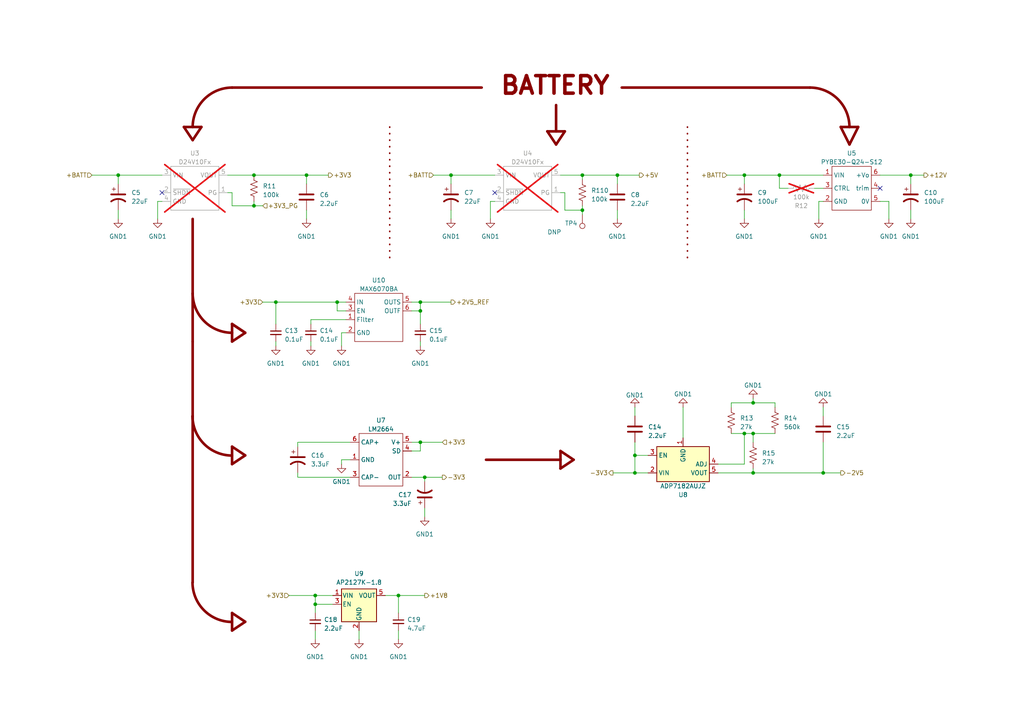
<source format=kicad_sch>
(kicad_sch (version 20230121) (generator eeschema)
  (paper "A4")
  (lib_symbols
    (symbol "Connector:TestPoint" (pin_numbers hide) (pin_names (offset 0.762) hide)
      (property "Reference" "TP" (at 0 6.858 0))
      (property "Value" "TestPoint" (at 0 5.08 0))
      (symbol "TestPoint_0_1"
        (circle (center 0 3.302) (radius 0.762))
      )
      (symbol "TestPoint_1_1"
        (pin passive line (at 0 0 90) (length 2.54) (name "1") (number "1"))
      )
    )
    (symbol "Device:C" (pin_numbers hide) (pin_names (offset 0.254))
      (property "Reference" "C" (at 0.635 2.54 0))
      (property "Value" "C" (at 0.635 -2.54 0))
      (symbol "C_0_1"
        (polyline (pts (xy -2.032 -0.762) (xy 2.032 -0.762)) (stroke (width 0.508)))
        (polyline (pts (xy -2.032 0.762) (xy 2.032 0.762)) (stroke (width 0.508)))
      )
      (symbol "C_1_1"
        (pin passive line (at 0 3.81 270) (length 2.794) (name "~") (number "1"))
        (pin passive line (at 0 -3.81 90) (length 2.794) (name "~") (number "2"))
      )
    )
    (symbol "Device:C_Polarized_US" (pin_numbers hide) (pin_names (offset 0.254) hide)
      (property "Reference" "C" (at 0.635 2.54 0))
      (property "Value" "C_Polarized_US" (at 0.635 -2.54 0))
      (symbol "C_Polarized_US_0_1"
        (polyline (pts (xy -2.032 0.762) (xy 2.032 0.762)) (stroke (width 0.508)))
        (polyline (pts (xy -1.778 2.286) (xy -0.762 2.286)))
        (polyline (pts (xy -1.27 1.778) (xy -1.27 2.794)))
        (arc (start 2.032 -1.27) (mid 0 -0.5572) (end -2.032 -1.27) (stroke (width 0.508)))
      )
      (symbol "C_Polarized_US_1_1"
        (pin passive line (at 0 3.81 270) (length 2.794) (name "~") (number "1"))
        (pin passive line (at 0 -3.81 90) (length 3.302) (name "~") (number "2"))
      )
    )
    (symbol "Device:C_Small" (pin_numbers hide) (pin_names (offset 0.254) hide)
      (property "Reference" "C" (at 0.254 1.778 0))
      (property "Value" "C_Small" (at 0.254 -2.032 0))
      (symbol "C_Small_0_1"
        (polyline (pts (xy -1.524 -0.508) (xy 1.524 -0.508)) (stroke (width 0.3302)))
        (polyline (pts (xy -1.524 0.508) (xy 1.524 0.508)) (stroke (width 0.3048)))
      )
      (symbol "C_Small_1_1"
        (pin passive line (at 0 2.54 270) (length 2.032) (name "~") (number "1"))
        (pin passive line (at 0 -2.54 90) (length 2.032) (name "~") (number "2"))
      )
    )
    (symbol "Device:R_US" (pin_numbers hide) (pin_names (offset 0))
      (property "Reference" "R" (at 2.54 0 90))
      (property "Value" "R_US" (at -2.54 0 90))
      (symbol "R_US_0_1"
        (polyline (pts (xy 0 -2.286) (xy 0 -2.54)))
        (polyline (pts (xy 0 2.286) (xy 0 2.54)))
        (polyline (pts (xy 0 -0.762) (xy 1.016 -1.143) (xy 0 -1.524) (xy -1.016 -1.905) (xy 0 -2.286)))
        (polyline (pts (xy 0 0.762) (xy 1.016 0.381) (xy 0 0) (xy -1.016 -0.381) (xy 0 -0.762)))
        (polyline (pts (xy 0 2.286) (xy 1.016 1.905) (xy 0 1.524) (xy -1.016 1.143) (xy 0 0.762)))
      )
      (symbol "R_US_1_1"
        (pin passive line (at 0 3.81 270) (length 1.27) (name "~") (number "1"))
        (pin passive line (at 0 -3.81 90) (length 1.27) (name "~") (number "2"))
      )
    )
    (symbol "Regulator_Linear:ADP7182AUJZ"
      (property "Reference" "U" (at 0 -7.62 0))
      (property "Value" "ADP7182AUJZ" (at 0 -6.35 0))
      (symbol "ADP7182AUJZ_0_1"
        (rectangle (start -7.62 5.08) (end 7.62 -5.08) (stroke (width 0.254)) (fill (type background)))
      )
      (symbol "ADP7182AUJZ_1_1"
        (pin power_in line (at 0 7.62 270) (length 2.54) (name "GND") (number "1"))
        (pin power_in line (at -10.16 -2.54 0) (length 2.54) (name "VIN") (number "2"))
        (pin input line (at -10.16 2.54 0) (length 2.54) (name "EN") (number "3"))
        (pin input line (at 10.16 0 180) (length 2.54) (name "ADJ") (number "4"))
        (pin power_out line (at 10.16 -2.54 180) (length 2.54) (name "VOUT") (number "5"))
      )
    )
    (symbol "Regulator_Linear:AP2127K-1.8" (pin_names (offset 0.254))
      (property "Reference" "U" (at -5.08 5.715 0))
      (property "Value" "AP2127K-1.8" (at 0 5.715 0))
      (symbol "AP2127K-1.8_0_1"
        (rectangle (start -5.08 4.445) (end 5.08 -5.08) (stroke (width 0.254)) (fill (type background)))
      )
      (symbol "AP2127K-1.8_1_1"
        (pin power_in line (at -7.62 2.54 0) (length 2.54) (name "VIN") (number "1"))
        (pin power_in line (at 0 -7.62 90) (length 2.54) (name "GND") (number "2"))
        (pin input line (at -7.62 0 0) (length 2.54) (name "EN") (number "3"))
        (pin no_connect line (at 5.08 0 180) (length 2.54) hide (name "NC") (number "4"))
        (pin power_out line (at 7.62 2.54 180) (length 2.54) (name "VOUT") (number "5"))
      )
    )
    (symbol "Rumission:D24V10Fx"
      (property "Reference" "U" (at 0 0 0))
      (property "Value" "D24V10Fx" (at 0 0 0))
      (symbol "D24V10Fx_0_1"
        (rectangle (start 0 -1.27) (end 13.97 -13.97))
      )
      (symbol "D24V10Fx_1_1"
        (pin output line (at 16.51 -8.89 180) (length 2.54) (name "PG") (number "1"))
        (pin input line (at -2.54 -8.89 0) (length 2.54) (name "~{SHDN}") (number "2"))
        (pin power_in line (at -2.54 -3.81 0) (length 2.54) (name "VIN") (number "3"))
        (pin power_out line (at -2.54 -11.43 0) (length 2.54) (name "GND") (number "4"))
        (pin power_out line (at 16.51 -3.81 180) (length 2.54) (name "VOUT") (number "5"))
      )
    )
    (symbol "Rumission:LM2664"
      (property "Reference" "U" (at 0 0 0))
      (property "Value" "LM2664" (at 0 0 0))
      (symbol "LM2664_0_1"
        (rectangle (start 0 -1.27) (end 12.7 -16.51))
      )
      (symbol "LM2664_1_1"
        (pin power_in line (at -2.54 -8.89 0) (length 2.54) (name "GND") (number "1"))
        (pin power_out line (at 15.24 -13.97 180) (length 2.54) (name "OUT") (number "2"))
        (pin bidirectional line (at -2.54 -13.97 0) (length 2.54) (name "CAP-") (number "3"))
        (pin input line (at 15.24 -6.35 180) (length 2.54) (name "SD") (number "4"))
        (pin power_in line (at 15.24 -3.81 180) (length 2.54) (name "V+") (number "5"))
        (pin bidirectional line (at -2.54 -3.81 0) (length 2.54) (name "CAP+") (number "6"))
      )
    )
    (symbol "Rumission:MAX6070"
      (property "Reference" "U" (at 0 0 0))
      (property "Value" "MAX6070BA" (at 0 0 0))
      (symbol "MAX6070_0_1"
        (rectangle (start 0 -1.27) (end 13.97 -15.24))
      )
      (symbol "MAX6070_1_1"
        (pin unspecified line (at -2.54 -8.89 0) (length 2.54) (name "Filter") (number "1"))
        (pin power_out line (at -2.54 -12.7 0) (length 2.54) (name "GND") (number "2"))
        (pin input line (at -2.54 -6.35 0) (length 2.54) (name "EN") (number "3"))
        (pin power_in line (at -2.54 -3.81 0) (length 2.54) (name "IN") (number "4"))
        (pin input line (at 16.51 -3.81 180) (length 2.54) (name "OUTS") (number "5"))
        (pin power_out line (at 16.51 -6.35 180) (length 2.54) (name "OUTF") (number "6"))
      )
    )
    (symbol "Rumission:PYBE30"
      (property "Reference" "U" (at 0 0 0))
      (property "Value" "PYBE30-Q24-S12" (at -2.54 -1.27 0))
      (symbol "PYBE30_0_1"
        (rectangle (start 0 -1.27) (end 11.43 -13.97))
      )
      (symbol "PYBE30_1_1"
        (pin power_in line (at -2.54 -3.81 0) (length 2.54) (name "VIN") (number "1"))
        (pin power_out line (at -2.54 -11.43 0) (length 2.54) (name "GND") (number "2"))
        (pin input line (at -2.54 -7.62 0) (length 2.54) (name "CTRL") (number "3"))
        (pin input line (at 13.97 -7.62 180) (length 2.54) (name "trim") (number "4"))
        (pin power_in line (at 13.97 -11.43 180) (length 2.54) (name "0V") (number "5"))
        (pin power_out line (at 13.97 -3.81 180) (length 2.54) (name "+Vo") (number "6"))
      )
    )
    (symbol "power:GND1" (power) (pin_names (offset 0))
      (property "Value" "GND1" (at 0 -3.81 0))
      (symbol "GND1_0_1"
        (polyline (pts (xy 0 0) (xy 0 -1.27) (xy 1.27 -1.27) (xy 0 -2.54) (xy -1.27 -1.27) (xy 0 -1.27)))
      )
      (symbol "GND1_1_1"
        (pin power_in line (at 0 0 270) (length 0) hide (name "GND1") (number "1"))
      )
    )
  )
  (junction (at 123.19 138.43))
  (junction (at 184.15 132.08))
  (junction (at 218.44 137.16))
  (junction (at 88.9 50.8))
  (junction (at 121.92 128.27))
  (junction (at 91.44 175.26))
  (junction (at 80.01 87.63))
  (junction (at 215.9 50.8))
  (junction (at 215.9 125.73))
  (junction (at 121.92 90.17))
  (junction (at 184.15 137.16))
  (junction (at 238.76 137.16))
  (junction (at 91.44 172.72))
  (junction (at 130.81 50.8))
  (junction (at 179.07 50.8))
  (junction (at 264.16 50.8))
  (junction (at 73.66 59.69))
  (junction (at 73.66 50.8))
  (junction (at 168.91 50.8))
  (junction (at 121.92 87.63))
  (junction (at 97.79 87.63))
  (junction (at 34.29 50.8))
  (junction (at 168.91 60.96))
  (junction (at 218.44 116.84))
  (junction (at 218.44 125.73))
  (junction (at 115.57 172.72))
  (junction (at 226.06 50.8))
  (no_connect (at 255.27 54.61))
  (no_connect (at 46.99 55.88))
  (no_connect (at 143.51 55.88))
  (wire (pts (xy 80.01 99.06) (xy 80.01 100.33)))
  (polyline (pts (xy 55.88 99.06) (xy 55.88 120.65)) (stroke (width 0.75) (color 132 0 0 1)))
  (wire (pts (xy 91.44 175.26) (xy 91.44 177.8)))
  (polyline (pts (xy 67.31 93.98) (xy 71.12 96.52)) (stroke (width 0.75) (type solid) (color 132 0 0 1)))
  (polyline (pts (xy 58.42 36.83) (xy 53.34 36.83)) (stroke (width 0.75) (type solid) (color 132 0 0 1)))
  (polyline (pts (xy 163.83 38.1) (xy 158.75 38.1)) (stroke (width 0.75) (type solid) (color 132 0 0 1)))
  (wire (pts (xy 80.01 93.98) (xy 80.01 87.63)))
  (polyline (pts (xy 162.56 135.89) (xy 166.37 133.35)) (stroke (width 0.75) (type solid) (color 132 0 0 1)))
  (wire (pts (xy 73.66 58.42) (xy 73.66 59.69)))
  (wire (pts (xy 90.17 92.71) (xy 100.33 92.71)))
  (wire (pts (xy 238.76 118.11) (xy 238.76 120.65)))
  (wire (pts (xy 168.91 60.96) (xy 168.91 59.69)))
  (wire (pts (xy 99.06 100.33) (xy 99.06 96.52)))
  (polyline (pts (xy 67.31 99.06) (xy 71.12 96.52)) (stroke (width 0.75) (type solid) (color 132 0 0 1)))
  (wire (pts (xy 34.29 53.34) (xy 34.29 50.8)))
  (wire (pts (xy 162.56 55.88) (xy 163.83 55.88)))
  (wire (pts (xy 218.44 128.27) (xy 218.44 125.73)))
  (wire (pts (xy 142.24 58.42) (xy 143.51 58.42)))
  (wire (pts (xy 215.9 60.96) (xy 215.9 63.5)))
  (wire (pts (xy 238.76 128.27) (xy 238.76 137.16)))
  (wire (pts (xy 163.83 60.96) (xy 168.91 60.96)))
  (wire (pts (xy 119.38 128.27) (xy 121.92 128.27)))
  (wire (pts (xy 184.15 137.16) (xy 187.96 137.16)))
  (wire (pts (xy 119.38 90.17) (xy 121.92 90.17)))
  (wire (pts (xy 264.16 50.8) (xy 264.16 53.34)))
  (wire (pts (xy 86.36 129.54) (xy 86.36 128.27)))
  (wire (pts (xy 264.16 50.8) (xy 267.97 50.8)))
  (wire (pts (xy 179.07 50.8) (xy 185.42 50.8)))
  (wire (pts (xy 45.72 63.5) (xy 45.72 58.42)))
  (wire (pts (xy 237.49 63.5) (xy 237.49 58.42)))
  (wire (pts (xy 257.81 58.42) (xy 255.27 58.42)))
  (polyline (pts (xy 139.7 25.4) (xy 67.31 25.4)) (stroke (width 0.75) (color 132 0 0 1)))
  (wire (pts (xy 121.92 99.06) (xy 121.92 100.33)))
  (wire (pts (xy 121.92 128.27) (xy 128.27 128.27)))
  (wire (pts (xy 218.44 137.16) (xy 238.76 137.16)))
  (polyline (pts (xy 140.97 133.35) (xy 162.56 133.35)) (stroke (width 0.75) (color 132 0 0 1)))
  (wire (pts (xy 179.07 60.96) (xy 179.07 63.5)))
  (wire (pts (xy 115.57 172.72) (xy 123.19 172.72)))
  (polyline (pts (xy 67.31 129.54) (xy 71.12 132.08)) (stroke (width 0.75) (type solid) (color 132 0 0 1)))
  (wire (pts (xy 264.16 60.96) (xy 264.16 63.5)))
  (wire (pts (xy 215.9 134.62) (xy 215.9 125.73)))
  (polyline (pts (xy 67.31 177.8) (xy 67.31 182.88)) (stroke (width 0.75) (type solid) (color 132 0 0 1)))
  (polyline (pts (xy 199.39 36.83) (xy 199.39 76.2)) (stroke (width 0.45) (type dot) (color 132 0 0 1)))
  (wire (pts (xy 90.17 99.06) (xy 90.17 100.33)))
  (wire (pts (xy 80.01 87.63) (xy 97.79 87.63)))
  (polyline (pts (xy 67.31 177.8) (xy 71.12 180.34)) (stroke (width 0.75) (type solid) (color 132 0 0 1)))
  (wire (pts (xy 104.14 182.88) (xy 104.14 185.42)))
  (polyline (pts (xy 163.83 38.1) (xy 161.29 41.91)) (stroke (width 0.75) (type solid) (color 132 0 0 1)))
  (wire (pts (xy 123.19 138.43) (xy 123.19 139.7)))
  (wire (pts (xy 218.44 115.57) (xy 218.44 116.84)))
  (wire (pts (xy 123.19 147.32) (xy 123.19 149.86)))
  (wire (pts (xy 218.44 125.73) (xy 224.79 125.73)))
  (wire (pts (xy 67.31 59.69) (xy 67.31 55.88)))
  (polyline (pts (xy 248.92 36.83) (xy 246.38 41.91)) (stroke (width 0.75) (type solid) (color 132 0 0 1)))
  (wire (pts (xy 96.52 175.26) (xy 91.44 175.26)))
  (wire (pts (xy 115.57 172.72) (xy 115.57 177.8)))
  (wire (pts (xy 34.29 50.8) (xy 46.99 50.8)))
  (wire (pts (xy 83.82 172.72) (xy 91.44 172.72)))
  (wire (pts (xy 210.82 50.8) (xy 215.9 50.8)))
  (wire (pts (xy 86.36 138.43) (xy 101.6 138.43)))
  (wire (pts (xy 76.2 87.63) (xy 80.01 87.63)))
  (wire (pts (xy 218.44 125.73) (xy 215.9 125.73)))
  (wire (pts (xy 34.29 60.96) (xy 34.29 63.5)))
  (wire (pts (xy 215.9 50.8) (xy 226.06 50.8)))
  (wire (pts (xy 168.91 50.8) (xy 168.91 52.07)))
  (wire (pts (xy 255.27 50.8) (xy 264.16 50.8)))
  (wire (pts (xy 184.15 128.27) (xy 184.15 132.08)))
  (wire (pts (xy 224.79 116.84) (xy 224.79 118.11)))
  (wire (pts (xy 228.6 54.61) (xy 226.06 54.61)))
  (wire (pts (xy 238.76 137.16) (xy 243.84 137.16)))
  (wire (pts (xy 66.04 50.8) (xy 73.66 50.8)))
  (wire (pts (xy 218.44 135.89) (xy 218.44 137.16)))
  (wire (pts (xy 90.17 93.98) (xy 90.17 92.71)))
  (wire (pts (xy 226.06 50.8) (xy 238.76 50.8)))
  (wire (pts (xy 162.56 50.8) (xy 168.91 50.8)))
  (polyline (pts (xy 243.84 36.83) (xy 248.92 36.83)) (stroke (width 0.75) (type solid) (color 132 0 0 1)))
  (wire (pts (xy 121.92 90.17) (xy 121.92 93.98)))
  (wire (pts (xy 99.06 134.62) (xy 99.06 133.35)))
  (wire (pts (xy 88.9 50.8) (xy 95.25 50.8)))
  (wire (pts (xy 184.15 132.08) (xy 184.15 137.16)))
  (wire (pts (xy 163.83 55.88) (xy 163.83 60.96)))
  (wire (pts (xy 130.81 53.34) (xy 130.81 50.8)))
  (polyline (pts (xy 243.84 36.83) (xy 246.38 41.91)) (stroke (width 0.75) (type solid) (color 132 0 0 1)))
  (wire (pts (xy 121.92 87.63) (xy 130.81 87.63)))
  (wire (pts (xy 88.9 60.96) (xy 88.9 63.5)))
  (wire (pts (xy 91.44 182.88) (xy 91.44 185.42)))
  (wire (pts (xy 73.66 50.8) (xy 88.9 50.8)))
  (polyline (pts (xy 67.31 182.88) (xy 71.12 180.34)) (stroke (width 0.75) (type solid) (color 132 0 0 1)))
  (polyline (pts (xy 67.31 93.98) (xy 67.31 99.06)) (stroke (width 0.75) (type solid) (color 132 0 0 1)))
  (wire (pts (xy 91.44 172.72) (xy 96.52 172.72)))
  (wire (pts (xy 208.28 134.62) (xy 215.9 134.62)))
  (polyline (pts (xy 161.29 30.48) (xy 161.29 38.1)) (stroke (width 0.75) (color 132 0 0 1)))
  (polyline (pts (xy 67.31 134.62) (xy 71.12 132.08)) (stroke (width 0.75) (type solid) (color 132 0 0 1)))
  (wire (pts (xy 215.9 53.34) (xy 215.9 50.8)))
  (wire (pts (xy 226.06 50.8) (xy 226.06 54.61)))
  (wire (pts (xy 179.07 50.8) (xy 179.07 53.34)))
  (wire (pts (xy 99.06 96.52) (xy 100.33 96.52)))
  (polyline (pts (xy 55.88 99.06) (xy 55.88 85.09)) (stroke (width 0.75) (color 132 0 0 1)))
  (wire (pts (xy 121.92 87.63) (xy 121.92 90.17)))
  (wire (pts (xy 100.33 90.17) (xy 97.79 90.17)))
  (wire (pts (xy 88.9 50.8) (xy 88.9 53.34)))
  (wire (pts (xy 121.92 130.81) (xy 121.92 128.27)))
  (wire (pts (xy 86.36 128.27) (xy 101.6 128.27)))
  (polyline (pts (xy 180.34 25.4) (xy 234.95 25.4)) (stroke (width 0.75) (color 132 0 0 1)))
  (wire (pts (xy 119.38 87.63) (xy 121.92 87.63)))
  (polyline (pts (xy 53.34 36.83) (xy 55.88 40.64)) (stroke (width 0.75) (type solid) (color 132 0 0 1)))
  (wire (pts (xy 237.49 58.42) (xy 238.76 58.42)))
  (wire (pts (xy 212.09 116.84) (xy 218.44 116.84)))
  (wire (pts (xy 187.96 132.08) (xy 184.15 132.08)))
  (wire (pts (xy 45.72 58.42) (xy 46.99 58.42)))
  (wire (pts (xy 111.76 172.72) (xy 115.57 172.72)))
  (wire (pts (xy 236.22 54.61) (xy 238.76 54.61)))
  (wire (pts (xy 119.38 138.43) (xy 123.19 138.43)))
  (wire (pts (xy 184.15 118.11) (xy 184.15 120.65)))
  (polyline (pts (xy 67.31 93.98) (xy 71.12 96.52)) (stroke (width 0.75) (type solid) (color 132 0 0 1)))
  (wire (pts (xy 66.04 55.88) (xy 67.31 55.88)))
  (polyline (pts (xy 162.56 130.81) (xy 162.56 135.89)) (stroke (width 0.75) (type solid) (color 132 0 0 1)))
  (wire (pts (xy 86.36 137.16) (xy 86.36 138.43)))
  (polyline (pts (xy 58.42 36.83) (xy 55.88 40.64)) (stroke (width 0.75) (type solid) (color 132 0 0 1)))
  (polyline (pts (xy 162.56 130.81) (xy 166.37 133.35)) (stroke (width 0.75) (type solid) (color 132 0 0 1)))
  (wire (pts (xy 125.73 50.8) (xy 130.81 50.8)))
  (wire (pts (xy 198.12 118.11) (xy 198.12 127)))
  (wire (pts (xy 26.67 50.8) (xy 34.29 50.8)))
  (polyline (pts (xy 67.31 129.54) (xy 67.31 134.62)) (stroke (width 0.75) (type solid) (color 132 0 0 1)))
  (wire (pts (xy 257.81 63.5) (xy 257.81 58.42)))
  (wire (pts (xy 97.79 90.17) (xy 97.79 87.63)))
  (wire (pts (xy 119.38 130.81) (xy 121.92 130.81)))
  (polyline (pts (xy 113.03 36.83) (xy 113.03 76.2)) (stroke (width 0.45) (type dot) (color 132 0 0 1)))
  (wire (pts (xy 168.91 50.8) (xy 179.07 50.8)))
  (wire (pts (xy 130.81 50.8) (xy 143.51 50.8)))
  (wire (pts (xy 142.24 63.5) (xy 142.24 58.42)))
  (wire (pts (xy 91.44 175.26) (xy 91.44 172.72)))
  (wire (pts (xy 115.57 182.88) (xy 115.57 185.42)))
  (wire (pts (xy 99.06 133.35) (xy 101.6 133.35)))
  (polyline (pts (xy 55.88 120.65) (xy 55.88 168.91)) (stroke (width 0.75) (color 132 0 0 1)))
  (wire (pts (xy 130.81 60.96) (xy 130.81 63.5)))
  (wire (pts (xy 215.9 125.73) (xy 212.09 125.73)))
  (wire (pts (xy 218.44 116.84) (xy 224.79 116.84)))
  (wire (pts (xy 168.91 60.96) (xy 168.91 62.23)))
  (wire (pts (xy 73.66 59.69) (xy 76.2 59.69)))
  (wire (pts (xy 208.28 137.16) (xy 218.44 137.16)))
  (wire (pts (xy 212.09 118.11) (xy 212.09 116.84)))
  (wire (pts (xy 73.66 59.69) (xy 67.31 59.69)))
  (polyline (pts (xy 55.88 63.5) (xy 55.88 85.09)) (stroke (width 0.75) (color 132 0 0 1)))
  (wire (pts (xy 177.8 137.16) (xy 184.15 137.16)))
  (wire (pts (xy 123.19 138.43) (xy 128.27 138.43)))
  (wire (pts (xy 97.79 87.63) (xy 100.33 87.63)))
  (polyline (pts (xy 158.75 38.1) (xy 161.29 41.91)) (stroke (width 0.75) (type solid) (color 132 0 0 1)))
  (arc (start 234.95 25.4) (mid 243.0188 28.7612) (end 246.38 36.83) (stroke (width 0.75) (color 132 0 0 1)))
  (arc (start 67.264 132.126) (mid 59.1952 128.7648) (end 55.834 120.696) (stroke (width 0.75) (color 132 0 0 1)))
  (arc (start 67.264 180.386) (mid 59.1952 177.0248) (end 55.834 168.956) (stroke (width 0.75) (color 132 0 0 1)))
  (arc (start 67.31 96.52) (mid 59.2411 93.1589) (end 55.88 85.09) (stroke (width 0.75) (color 132 0 0 1)))
  (arc (start 55.88 36.83) (mid 59.2412 28.7612) (end 67.31 25.4) (stroke (width 0.75) (color 132 0 0 1)))
  (text "BATTERY" (at 144.78 27.94 0) (effects (font (size 5.08 5.08) (thickness 1.016) bold) (justify left bottom)))
  (hierarchical_label "-3V3" (shape output) (at 128.27 138.43 0))
  (hierarchical_label "+3V3" (shape output) (at 95.25 50.8 0))
  (hierarchical_label "+BATT" (shape input) (at 125.73 50.8 180))
  (hierarchical_label "+3V3" (shape input) (at 76.2 87.63 180))
  (hierarchical_label "+3V3" (shape input) (at 83.82 172.72 180))
  (hierarchical_label "+BATT" (shape input) (at 26.67 50.8 180))
  (hierarchical_label "+1V8" (shape output) (at 123.19 172.72 0))
  (hierarchical_label "+2V5_REF" (shape output) (at 130.81 87.63 0))
  (hierarchical_label "-2V5" (shape output) (at 243.84 137.16 0))
  (hierarchical_label "-3V3" (shape output) (at 177.8 137.16 180))
  (hierarchical_label "+12V" (shape output) (at 267.97 50.8 0))
  (hierarchical_label "+3V3_PG" (shape input) (at 76.2 59.69 0))
  (hierarchical_label "+5V" (shape output) (at 185.42 50.8 0))
  (hierarchical_label "+3V3" (shape input) (at 128.27 128.27 0))
  (hierarchical_label "+BATT" (shape input) (at 210.82 50.8 180))
  (symbol (lib_id "Rumission:LM2664") (at 104.14 124.46 0) (unit 1)
    (property "Reference" "U7" (at 110.49 121.92 0))
    (property "Value" "LM2664" (at 110.49 124.46 0))
    (property "Footprint" "Package_TO_SOT_SMD:SOT-23-6" (effects hide))
    (property "Datasheet" "https://www.ti.com/lit/ds/symlink/lm2664.pdf" (effects hide))
    (property "DigiKey PN" "LM2664M6/NOPBCT-ND" (effects hide))
    (property "MPN" "LM2664M6/NOPB" (effects hide))
    (property "Manufacturer" "Texas Instruments" (effects hide))
  )
  (symbol (lib_id "power:GND1") (at 179.07 63.5 0) (unit 1)
    (property "Reference" "#PWR046" (effects hide))
    (property "Value" "GND1" (at 179.07 68.58 0))
    (instances (project "dboards-02" (path "" (reference "#PWR046") (unit 1)) (path "" (reference "#PWR043") (unit 1))))
  )
  (symbol (lib_id "Device:C_Polarized_US") (at 34.29 57.15 0) (unit 1)
    (property "Reference" "C5" (at 38.1 55.88 0) (effects (justify left)))
    (property "Value" "22uF" (at 38.1 58.42 0) (effects (justify left)))
    (property "Footprint" "Capacitor_THT:CP_Radial_D6.3mm_P2.50mm" (effects hide))
    (property "Datasheet" "https://industrial.panasonic.com/cdbs/www-data/pdf/RDF0000/ABA0000C1041.pdf" (effects hide))
    (property "DigiKey PN" "P15835CT-ND" (effects hide))
    (property "MPN" "EEA-GA1H2R2H" (effects hide))
    (property "Manufacturer" "Panasonic Electronic Components" (effects hide))
  )
  (symbol (lib_id "power:GND1") (at 104.14 185.42 0) (unit 1)
    (property "Reference" "#PWR046" (effects hide))
    (property "Value" "GND1" (at 104.14 190.5 0))
    (instances (project "dboards-02" (path "" (reference "#PWR046") (unit 1)) (path "" (reference "#PWR059") (unit 1))))
  )
  (symbol (lib_id "Device:C_Polarized_US") (at 264.16 57.15 0) (unit 1)
    (property "Reference" "C10" (at 267.97 55.88 0) (effects (justify left)))
    (property "Value" "100uF" (at 267.97 58.42 0) (effects (justify left)))
    (property "Footprint" "Capacitor_THT:CP_Radial_D6.3mm_P2.50mm" (effects hide))
    (property "Datasheet" "https://connect.kemet.com:7667/gateway/IntelliData-ComponentDocumentation/1.0/download/datasheet/ESK107M025AE3EA" (effects hide))
    (property "DigiKey PN" "399-6650-1-ND" (effects hide))
    (property "MPN" "ESK107M025AE3EA" (effects hide))
    (property "Manufacturer" "KEMET" (effects hide))
  )
  (symbol (lib_id "Regulator_Linear:ADP7182AUJZ") (at 198.12 134.62 0) (unit 1)
    (property "Reference" "U8" (at 198.12 143.51 0))
    (property "Value" "ADP7182AUJZ" (at 198.12 140.97 0))
    (property "Footprint" "Package_TO_SOT_SMD:TSOT-23-5" (effects hide))
    (property "Datasheet" "https://www.analog.com/media/en/technical-documentation/data-sheets/ADP7182.pdf" (effects hide))
    (property "DigiKey PN" "505-ADP7182AUJZ-2.5-R7CT-ND" (effects hide))
    (property "MPN" "ADP7182AUJZ-2.5-R7" (effects hide))
    (property "Manufacturer" "Analog Devices Inc." (effects hide))
    (property "Mouser PN" "584-ADP7182AUJZ2.5R7" (effects hide))
  )
  (symbol (lib_id "Device:C") (at 88.9 57.15 0) (unit 1)
    (property "Reference" "C6" (at 92.71 56.515 0) (effects (justify left)))
    (property "Value" "2.2uF" (at 92.71 59.055 0) (effects (justify left)))
    (property "Footprint" "Capacitor_SMD:C_0805_2012Metric_Pad1.18x1.45mm_HandSolder" (effects hide))
    (property "Datasheet" "https://media.digikey.com/pdf/Data%20Sheets/Samsung%20PDFs/CL21B225KPFNNNE_Spec.pdf" (effects hide))
    (property "DigiKey PN" "1276-1188-1-ND" (effects hide))
    (property "MPN" "CL21B225KPFNNNE" (effects hide))
    (property "Manufacturer" "Samsung Electro-Mechanics" (effects hide))
  )
  (symbol (lib_id "Device:R_US") (at 224.79 121.92 0) (unit 1)
    (property "Reference" "R14" (at 227.33 121.285 0) (effects (justify left)))
    (property "Value" "560k" (at 227.33 123.825 0) (effects (justify left)))
    (property "Footprint" "Resistor_THT:R_Axial_DIN0207_L6.3mm_D2.5mm_P10.16mm_Horizontal" (effects hide))
    (property "Datasheet" "https://www.yageo.com/upload/media/product/productsearch/datasheet/lr/YAGEO%20MFR_datasheet_2021v1.pdf" (effects hide))
    (property "DigiKey PN" "13-MFR-25FRF52-560KCT-ND" (effects hide))
    (property "MPN" "MFR-25FRF52-560K" (effects hide))
    (property "Manufacturer" "YAGEO" (effects hide))
  )
  (symbol (lib_id "Device:C_Small") (at 121.92 96.52 0) (unit 1)
    (property "Reference" "C15" (at 124.46 95.8913 0) (effects (justify left)))
    (property "Value" "0.1uF" (at 124.46 98.4313 0) (effects (justify left)))
    (property "Footprint" "Capacitor_SMD:C_0805_2012Metric_Pad1.18x1.45mm_HandSolder" (effects hide))
    (property "Datasheet" "https://media.digikey.com/pdf/Data%20Sheets/Samsung%20PDFs/CL21B104KACNNNC_Spec.pdf" (effects hide))
    (property "DigiKey PN" "1276-1099-1-ND" (effects hide))
    (property "MPN" "CL21B104KACNNNC" (effects hide))
    (property "Manufacturer" "Samsung Electro-Mechanics" (effects hide))
    (instances (project "dboards-02" (path "" (reference "C15") (unit 1)) (path "" (reference "C13") (unit 1))))
  )
  (symbol (lib_id "Device:R_US") (at 212.09 121.92 0) (unit 1)
    (property "Reference" "R13" (at 214.63 121.285 0) (effects (justify left)))
    (property "Value" "27k" (at 214.63 123.825 0) (effects (justify left)))
    (property "Footprint" "Resistor_THT:R_Axial_DIN0207_L6.3mm_D2.5mm_P10.16mm_Horizontal" (effects hide))
    (property "Datasheet" "https://www.yageo.com/upload/media/product/productsearch/datasheet/lr/YAGEO%20MFR_datasheet_2021v1.pdf" (effects hide))
    (property "DigiKey PN" "13-MFR-25FRF52-27KCT-ND" (effects hide))
    (property "MPN" "MFR-25FRF52-27K" (effects hide))
    (property "Manufacturer" "YAGEO" (effects hide))
  )
  (symbol (lib_id "Device:C") (at 179.07 57.15 0) (unit 1)
    (property "Reference" "C8" (at 182.88 56.515 0) (effects (justify left)))
    (property "Value" "2.2uF" (at 182.88 59.055 0) (effects (justify left)))
    (property "Footprint" "Capacitor_SMD:C_0805_2012Metric_Pad1.18x1.45mm_HandSolder" (effects hide))
    (property "Datasheet" "https://media.digikey.com/pdf/Data%20Sheets/Samsung%20PDFs/CL21B225KPFNNNE_Spec.pdf" (effects hide))
    (property "DigiKey PN" "1276-1188-1-ND" (effects hide))
    (property "MPN" "CL21B225KPFNNNE" (effects hide))
    (property "Manufacturer" "Samsung Electro-Mechanics" (effects hide))
  )
  (symbol (lib_id "power:GND1") (at 257.81 63.5 0) (unit 1)
    (property "Reference" "#PWR046" (effects hide))
    (property "Value" "GND1" (at 257.81 68.58 0))
  )
  (symbol (lib_id "Device:R_US") (at 168.91 55.88 0) (unit 1)
    (property "Reference" "R110" (at 171.45 55.245 0) (effects (justify left)))
    (property "Value" "100k" (at 171.45 57.785 0) (effects (justify left)))
    (property "Footprint" "Resistor_SMD:R_0805_2012Metric_Pad1.20x1.40mm_HandSolder" (effects hide))
    (property "Datasheet" "https://www.yageo.com/upload/media/product/productsearch/datasheet/rchip/PYu-RC_Group_51_RoHS_L_12.pdf" (effects hide))
    (property "DigiKey PN" "311-100KCRCT-ND" (effects hide))
    (property "MPN" "RC0805FR-07100KL" (effects hide))
    (property "Manufacturer" "YAGEO" (effects hide))
  )
  (symbol (lib_id "power:GND1") (at 218.44 115.57 180) (unit 1)
    (property "Reference" "#PWR046" (effects hide))
    (property "Value" "GND1" (at 218.44 111.76 0))
    (instances (project "dboards-02" (path "" (reference "#PWR046") (unit 1)) (path "" (reference "#PWR052") (unit 1))))
  )
  (symbol (lib_id "power:GND1") (at 90.17 100.33 0) (unit 1)
    (property "Reference" "#PWR044" (effects hide))
    (property "Value" "GND1" (at 90.17 105.41 0))
    (instances (project "dboards-02" (path "" (reference "#PWR044") (unit 1)) (path "" (reference "#PWR049") (unit 1))))
  )
  (symbol (lib_id "Device:C_Small") (at 115.57 180.34 0) (unit 1)
    (property "Reference" "C19" (at 118.11 179.7113 0) (effects (justify left)))
    (property "Value" "4.7uF" (at 118.11 182.2513 0) (effects (justify left)))
    (property "Footprint" "Capacitor_SMD:C_0805_2012Metric_Pad1.18x1.45mm_HandSolder" (effects hide))
    (property "Datasheet" "https://media.digikey.com/pdf/Data%20Sheets/Samsung%20PDFs/CL21A475KAQNNNE_Spec.pdf" (effects hide))
    (property "DigiKey PN" "1276-1244-1-ND" (effects hide))
    (property "MPN" "CL21A475KAQNNNE" (effects hide))
    (property "Manufacturer" "Samsung Electro-Mechanics" (effects hide))
  )
  (symbol (lib_id "Device:C_Polarized_US") (at 123.19 143.51 0) (mirror x) (unit 1)
    (property "Reference" "C17" (at 119.38 143.51 0) (effects (justify right)))
    (property "Value" "3.3uF" (at 119.38 146.05 0) (effects (justify right)))
    (property "Footprint" "Capacitor_SMD:C_0805_2012Metric_Pad1.18x1.45mm_HandSolder" (effects hide))
    (property "Datasheet" "http://weblib.samsungsem.com/mlcc/mlcc-ec-data-sheet.do?partNumber=CL21A335KPFNNN" (effects hide))
    (property "DigiKey PN" "1276-6461-1-ND" (effects hide))
    (property "MPN" "CL21A335KPFNNNG" (effects hide))
    (property "Manufacturer" "Samsung Electro-Mechanics" (effects hide))
  )
  (symbol (lib_id "Regulator_Linear:AP2127K-1.8") (at 104.14 175.26 0) (unit 1)
    (property "Reference" "U9" (at 104.14 166.37 0))
    (property "Value" "AP2127K-1.8" (at 104.14 168.91 0))
    (property "Footprint" "Package_TO_SOT_SMD:SOT-23-5" (effects hide))
    (property "Datasheet" "https://www.diodes.com/assets/Datasheets/AP2127.pdf" (effects hide))
    (property "DigiKey PN" "AP2127K-1.8TRG1DICT-ND" (effects hide))
    (property "MPN" "AP2127K-1.8TRG1" (effects hide))
    (property "Manufacturer" "Diodes Incorporated" (effects hide))
  )
  (symbol (lib_id "Device:C_Polarized_US") (at 130.81 57.15 0) (unit 1)
    (property "Reference" "C7" (at 134.62 55.88 0) (effects (justify left)))
    (property "Value" "22uF" (at 134.62 58.42 0) (effects (justify left)))
    (property "Footprint" "Capacitor_THT:CP_Radial_D6.3mm_P2.50mm" (effects hide))
    (property "Datasheet" "https://industrial.panasonic.com/cdbs/www-data/pdf/RDF0000/ABA0000C1041.pdf" (effects hide))
    (property "DigiKey PN" "P15835CT-ND" (effects hide))
    (property "MPN" "EEA-GA1H2R2H" (effects hide))
    (property "Manufacturer" "Panasonic Electronic Components" (effects hide))
  )
  (symbol (lib_id "Device:R_US") (at 218.44 132.08 0) (unit 1)
    (property "Reference" "R15" (at 220.98 131.445 0) (effects (justify left)))
    (property "Value" "27k" (at 220.98 133.985 0) (effects (justify left)))
    (property "Footprint" "Resistor_THT:R_Axial_DIN0207_L6.3mm_D2.5mm_P10.16mm_Horizontal" (effects hide))
    (property "Datasheet" "https://www.yageo.com/upload/media/product/productsearch/datasheet/lr/YAGEO%20MFR_datasheet_2021v1.pdf" (effects hide))
    (property "DigiKey PN" "13-MFR-25FRF52-27KCT-ND" (effects hide))
    (property "MPN" "MFR-25FRF52-27K" (effects hide))
    (property "Manufacturer" "YAGEO" (effects hide))
  )
  (symbol (lib_id "Device:C_Polarized_US") (at 86.36 133.35 0) (unit 1)
    (property "Reference" "C16" (at 90.17 132.08 0) (effects (justify left)))
    (property "Value" "3.3uF" (at 90.17 134.62 0) (effects (justify left)))
    (property "Footprint" "Capacitor_SMD:C_0805_2012Metric_Pad1.18x1.45mm_HandSolder" (effects hide))
    (property "Datasheet" "http://weblib.samsungsem.com/mlcc/mlcc-ec-data-sheet.do?partNumber=CL21A335KPFNNN" (effects hide))
    (property "DigiKey PN" "1276-6461-1-ND" (effects hide))
    (property "MPN" "CL21A335KPFNNNG" (effects hide))
    (property "Manufacturer" "Samsung Electro-Mechanics" (effects hide))
  )
  (symbol (lib_id "Device:C") (at 184.15 124.46 0) (unit 1)
    (property "Reference" "C14" (at 187.96 123.825 0) (effects (justify left)))
    (property "Value" "2.2uF" (at 187.96 126.365 0) (effects (justify left)))
    (property "Footprint" "Capacitor_SMD:C_0805_2012Metric_Pad1.18x1.45mm_HandSolder" (effects hide))
    (property "Datasheet" "https://media.digikey.com/pdf/Data%20Sheets/Samsung%20PDFs/CL21B225KPFNNNE_Spec.pdf" (effects hide))
    (property "DigiKey PN" "1276-1188-1-ND" (effects hide))
    (property "MPN" "CL21B225KPFNNNE" (effects hide))
    (property "Manufacturer" "Samsung Electro-Mechanics" (effects hide))
  )
  (symbol (lib_id "power:GND1") (at 91.44 185.42 0) (unit 1)
    (property "Reference" "#PWR046" (effects hide))
    (property "Value" "GND1" (at 91.44 190.5 0))
    (instances (project "dboards-02" (path "" (reference "#PWR046") (unit 1)) (path "" (reference "#PWR058") (unit 1))))
  )
  (symbol (lib_id "power:GND1") (at 34.29 63.5 0) (unit 1)
    (property "Reference" "#PWR046" (effects hide))
    (property "Value" "GND1" (at 34.29 68.58 0))
    (instances (project "dboards-02" (path "" (reference "#PWR046") (unit 1)) (path "" (reference "#PWR038") (unit 1))))
  )
  (symbol (lib_id "power:GND1") (at 264.16 63.5 0) (unit 1)
    (property "Reference" "#PWR046" (effects hide))
    (property "Value" "GND1" (at 264.16 68.58 0))
    (instances (project "dboards-02" (path "" (reference "#PWR046") (unit 1)) (path "" (reference "#PWR047") (unit 1))))
  )
  (symbol (lib_id "Device:C_Polarized_US") (at 215.9 57.15 0) (unit 1)
    (property "Reference" "C9" (at 219.71 55.88 0) (effects (justify left)))
    (property "Value" "100uF" (at 219.71 58.42 0) (effects (justify left)))
    (property "Footprint" "Capacitor_THT:CP_Radial_D6.3mm_P2.50mm" (effects hide))
    (property "Datasheet" "https://connect.kemet.com:7667/gateway/IntelliData-ComponentDocumentation/1.0/download/datasheet/ESK107M025AE3EA" (effects hide))
    (property "DigiKey PN" "399-6650-1-ND" (effects hide))
    (property "MPN" "ESK107M025AE3EA" (effects hide))
    (property "Manufacturer" "KEMET" (effects hide))
  )
  (symbol (lib_id "Device:C_Small") (at 90.17 96.52 0) (unit 1)
    (property "Reference" "C14" (at 92.71 95.8913 0) (effects (justify left)))
    (property "Value" "0.1uF" (at 92.71 98.4313 0) (effects (justify left)))
    (property "Footprint" "Capacitor_SMD:C_0805_2012Metric_Pad1.18x1.45mm_HandSolder" (effects hide))
    (property "Datasheet" "https://media.digikey.com/pdf/Data%20Sheets/Samsung%20PDFs/CL21B104KACNNNC_Spec.pdf" (effects hide))
    (property "DigiKey PN" "1276-1099-1-ND" (effects hide))
    (property "MPN" "CL21B104KACNNNC" (effects hide))
    (property "Manufacturer" "Samsung Electro-Mechanics" (effects hide))
    (instances (project "dboards-02" (path "" (reference "C14") (unit 1)) (path "" (reference "C12") (unit 1))))
  )
  (symbol (lib_id "power:GND1") (at 45.72 63.5 0) (unit 1)
    (property "Reference" "#PWR046" (effects hide))
    (property "Value" "GND1" (at 45.72 68.58 0))
    (instances (project "dboards-02" (path "" (reference "#PWR046") (unit 1)) (path "" (reference "#PWR039") (unit 1))))
  )
  (symbol (lib_id "power:GND1") (at 99.06 134.62 0) (unit 1)
    (property "Reference" "#PWR046" (effects hide))
    (property "Value" "GND1" (at 99.06 139.7 0))
    (instances (project "dboards-02" (path "" (reference "#PWR046") (unit 1)) (path "" (reference "#PWR056") (unit 1))))
  )
  (symbol (lib_id "power:GND1") (at 198.12 118.11 180) (unit 1)
    (property "Reference" "#PWR046" (effects hide))
    (property "Value" "GND1" (at 198.12 114.3 0))
    (instances (project "dboards-02" (path "" (reference "#PWR046") (unit 1)) (path "" (reference "#PWR054") (unit 1))))
  )
  (symbol (lib_id "power:GND1") (at 99.06 100.33 0) (unit 1)
    (property "Reference" "#PWR045" (effects hide))
    (property "Value" "GND1" (at 99.06 105.41 0))
    (instances (project "dboards-02" (path "" (reference "#PWR045") (unit 1)) (path "" (reference "#PWR050") (unit 1))))
  )
  (symbol (lib_id "Connector:TestPoint") (at 168.91 62.23 180) (unit 1)
    (property "Reference" "TP4" (at 163.83 64.77 0) (effects (justify right)))
    (property "Value" "DNP" (at 158.75 67.31 0) (effects (justify right)))
    (property "Footprint" "TestPoint:TestPoint_Pad_2.0x2.0mm" (effects hide))
  )
  (symbol (lib_id "power:GND1") (at 237.49 63.5 0) (unit 1)
    (property "Reference" "#PWR046" (effects hide))
    (property "Value" "GND1" (at 237.49 68.58 0))
    (instances (project "dboards-02" (path "" (reference "#PWR046") (unit 1)) (path "" (reference "#PWR045") (unit 1))))
  )
  (symbol (lib_id "Rumission:D24V10Fx") (at 49.53 46.99 0) (unit 1) (in_bom no) (dnp yes)
    (property "Reference" "U3" (at 56.515 44.45 0))
    (property "Value" "D24V10Fx" (at 56.515 46.99 0))
    (property "Footprint" "Rumission:D24V10Fx" (effects hide))
    (property "Datasheet" "https://www.pololu.com/product/2830" (effects hide))
    (property "MPN" "D24V10F3" (effects hide))
    (property "Manufacturer" "Pololu" (effects hide))
  )
  (symbol (lib_id "Rumission:D24V10Fx") (at 146.05 46.99 0) (unit 1) (in_bom no) (dnp yes)
    (property "Reference" "U4" (at 153.035 44.45 0))
    (property "Value" "D24V10Fx" (at 153.035 46.99 0))
    (property "Footprint" "Rumission:D24V10Fx" (effects hide))
    (property "Datasheet" "https://www.pololu.com/product/2831" (effects hide))
    (property "MPN" "D24V10F5" (effects hide))
    (property "Manufacturer" "Pololu" (effects hide))
  )
  (symbol (lib_id "Device:C_Small") (at 91.44 180.34 0) (unit 1)
    (property "Reference" "C18" (at 93.98 179.7113 0) (effects (justify left)))
    (property "Value" "2.2uF" (at 93.98 182.2513 0) (effects (justify left)))
    (property "Footprint" "Capacitor_SMD:C_0805_2012Metric_Pad1.18x1.45mm_HandSolder" (effects hide))
    (property "Datasheet" "https://media.digikey.com/pdf/Data%20Sheets/Samsung%20PDFs/CL21B225KPFNNNE_Spec.pdf" (effects hide))
    (property "DigiKey PN" "1276-1188-1-ND" (effects hide))
    (property "MPN" "CL21B225KPFNNNE" (effects hide))
    (property "Manufacturer" "Samsung Electro-Mechanics" (effects hide))
  )
  (symbol (lib_id "power:GND1") (at 130.81 63.5 0) (unit 1)
    (property "Reference" "#PWR046" (effects hide))
    (property "Value" "GND1" (at 130.81 68.58 0))
    (instances (project "dboards-02" (path "" (reference "#PWR046") (unit 1)) (path "" (reference "#PWR041") (unit 1))))
  )
  (symbol (lib_id "power:GND1") (at 142.24 63.5 0) (unit 1)
    (property "Reference" "#PWR046" (effects hide))
    (property "Value" "GND1" (at 142.24 68.58 0))
    (instances (project "dboards-02" (path "" (reference "#PWR046") (unit 1)) (path "" (reference "#PWR042") (unit 1))))
  )
  (symbol (lib_id "power:GND1") (at 115.57 185.42 0) (unit 1)
    (property "Reference" "#PWR046" (effects hide))
    (property "Value" "GND1" (at 115.57 190.5 0))
    (instances (project "dboards-02" (path "" (reference "#PWR046") (unit 1)) (path "" (reference "#PWR060") (unit 1))))
  )
  (symbol (lib_id "power:GND1") (at 184.15 118.11 180) (unit 1)
    (property "Reference" "#PWR046" (effects hide))
    (property "Value" "GND1" (at 184.15 114.6217 0))
    (instances (project "dboards-02" (path "" (reference "#PWR046") (unit 1)) (path "" (reference "#PWR053") (unit 1))))
  )
  (symbol (lib_id "power:GND1") (at 123.19 149.86 0) (unit 1)
    (property "Reference" "#PWR046" (effects hide))
    (property "Value" "GND1" (at 123.19 154.94 0))
    (instances (project "dboards-02" (path "" (reference "#PWR046") (unit 1)) (path "" (reference "#PWR057") (unit 1))))
  )
  (symbol (lib_id "power:GND1") (at 238.76 118.11 180) (unit 1)
    (property "Reference" "#PWR046" (effects hide))
    (property "Value" "GND1" (at 238.76 114.3 0))
    (instances (project "dboards-02" (path "" (reference "#PWR046") (unit 1)) (path "" (reference "#PWR055") (unit 1))))
  )
  (symbol (lib_id "Rumission:PYBE30") (at 241.3 46.99 0) (unit 1)
    (property "Reference" "U5" (at 247.015 44.45 0))
    (property "Value" "PYBE30-Q24-S12" (at 247.015 46.99 0))
    (property "Footprint" "Rumission:DIP-6-DCDC" (effects hide))
    (property "Datasheet" "https://www.cui.com/product/resource/pybe30.pdf" (effects hide))
    (property "DigiKey PN" "102-6018-ND" (effects hide))
    (property "MPN" "PYBE30-Q24-S12" (effects hide))
    (property "Manufacturer" "CUI Inc." (effects hide))
  )
  (symbol (lib_id "Rumission:MAX6070") (at 102.87 83.82 0) (unit 1)
    (property "Reference" "U10" (at 109.855 81.28 0))
    (property "Value" "MAX6070BA" (at 109.855 83.82 0))
    (property "Footprint" "Package_TO_SOT_SMD:SOT-23-6" (effects hide))
    (property "Datasheet" "https://www.analog.com/media/en/technical-documentation/data-sheets/max6070-max6071.pdf" (effects hide))
    (property "DigiKey PN" "MAX6070BAUT25+TCT-ND" (effects hide))
    (property "MPN" "MAX6070BAUT25+T" (effects hide))
    (property "Manufacturer" "Analog Devices Inc./Maxim Integrated" (effects hide))
    (instances (project "dboards-02" (path "" (reference "U10") (unit 1)) (path "" (reference "U6") (unit 1))))
  )
  (symbol (lib_id "power:GND1") (at 80.01 100.33 0) (unit 1)
    (property "Reference" "#PWR043" (effects hide))
    (property "Value" "GND1" (at 80.01 105.41 0))
    (instances (project "dboards-02" (path "" (reference "#PWR043") (unit 1)) (path "" (reference "#PWR048") (unit 1))))
  )
  (symbol (lib_id "Device:R_US") (at 232.41 54.61 270) (unit 1) (in_bom no) (dnp yes)
    (property "Reference" "R12" (at 232.41 59.69 90))
    (property "Value" "100k" (at 232.41 57.15 90))
    (property "Footprint" "Resistor_THT:R_Axial_DIN0207_L6.3mm_D2.5mm_P10.16mm_Horizontal" (effects hide))
    (property "Datasheet" "https://www.yageo.com/upload/media/product/productsearch/datasheet/lr/YAGEO%20MFR_datasheet_2021v1.pdf" (effects hide))
    (property "DigiKey PN" "13-MFR-25FRF52-100KCT-ND" (effects hide))
    (property "MPN" "MFR-25FRF52-100K" (effects hide))
    (property "Manufacturer" "YAGEO" (effects hide))
  )
  (symbol (lib_id "Device:C") (at 238.76 124.46 0) (unit 1)
    (property "Reference" "C15" (at 242.57 123.825 0) (effects (justify left)))
    (property "Value" "2.2uF" (at 242.57 126.365 0) (effects (justify left)))
    (property "Footprint" "Capacitor_SMD:C_0805_2012Metric_Pad1.18x1.45mm_HandSolder" (effects hide))
    (property "Datasheet" "https://media.digikey.com/pdf/Data%20Sheets/Samsung%20PDFs/CL21B225KPFNNNE_Spec.pdf" (effects hide))
    (property "DigiKey PN" "1276-1188-1-ND" (effects hide))
    (property "MPN" "CL21B225KPFNNNE" (effects hide))
    (property "Manufacturer" "Samsung Electro-Mechanics" (effects hide))
  )
  (symbol (lib_id "Device:R_US") (at 73.66 54.61 0) (unit 1)
    (property "Reference" "R11" (at 76.2 53.975 0) (effects (justify left)))
    (property "Value" "100k" (at 76.2 56.515 0) (effects (justify left)))
    (property "Footprint" "Resistor_SMD:R_0805_2012Metric_Pad1.20x1.40mm_HandSolder" (effects hide))
    (property "Datasheet" "https://www.yageo.com/upload/media/product/productsearch/datasheet/rchip/PYu-RC_Group_51_RoHS_L_12.pdf" (effects hide))
    (property "DigiKey PN" "311-100KCRCT-ND" (effects hide))
    (property "MPN" "RC0805FR-07100KL" (effects hide))
    (property "Manufacturer" "YAGEO" (effects hide))
  )
  (symbol (lib_id "power:GND1") (at 121.92 100.33 0) (unit 1)
    (property "Reference" "#PWR046" (effects hide))
    (property "Value" "GND1" (at 121.92 105.41 0))
    (instances (project "dboards-02" (path "" (reference "#PWR046") (unit 1)) (path "" (reference "#PWR051") (unit 1))))
  )
  (symbol (lib_id "power:GND1") (at 88.9 63.5 0) (unit 1)
    (property "Reference" "#PWR046" (effects hide))
    (property "Value" "GND1" (at 88.9 68.58 0))
    (instances (project "dboards-02" (path "" (reference "#PWR046") (unit 1)) (path "" (reference "#PWR040") (unit 1))))
  )
  (symbol (lib_id "power:GND1") (at 215.9 63.5 0) (unit 1)
    (property "Reference" "#PWR046" (effects hide))
    (property "Value" "GND1" (at 215.9 68.58 0))
    (instances (project "dboards-02" (path "" (reference "#PWR046") (unit 1)) (path "" (reference "#PWR044") (unit 1))))
  )
  (symbol (lib_id "Device:C_Small") (at 80.01 96.52 0) (unit 1)
    (property "Reference" "C13" (at 82.55 95.8913 0) (effects (justify left)))
    (property "Value" "0.1uF" (at 82.55 98.4313 0) (effects (justify left)))
    (property "Footprint" "Capacitor_SMD:C_0805_2012Metric_Pad1.18x1.45mm_HandSolder" (effects hide))
    (property "Datasheet" "https://media.digikey.com/pdf/Data%20Sheets/Samsung%20PDFs/CL21B104KACNNNC_Spec.pdf" (effects hide))
    (property "DigiKey PN" "1276-1099-1-ND" (effects hide))
    (property "MPN" "CL21B104KACNNNC" (effects hide))
    (property "Manufacturer" "Samsung Electro-Mechanics" (effects hide))
    (instances (project "dboards-02" (path "" (reference "C13") (unit 1)) (path "" (reference "C11") (unit 1))))
  )
)
</source>
